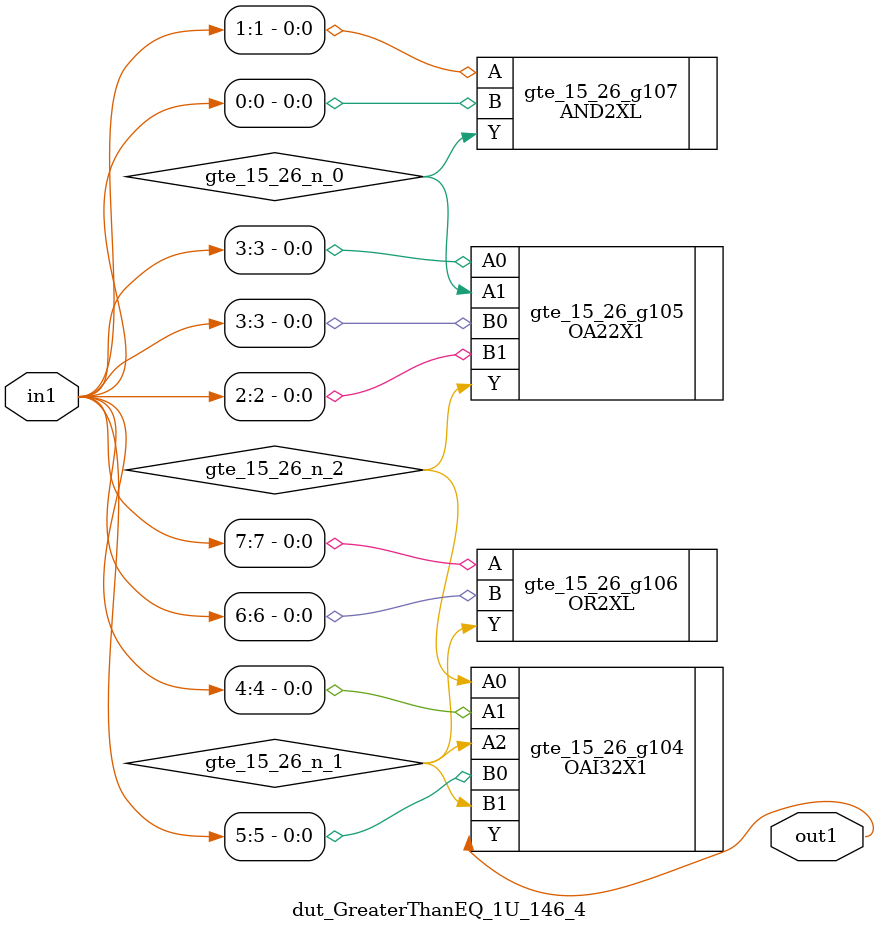
<source format=v>
`timescale 1ps / 1ps


module dut_GreaterThanEQ_1U_146_4(in1, out1);
  input [7:0] in1;
  output out1;
  wire [7:0] in1;
  wire out1;
  wire gte_15_26_n_0, gte_15_26_n_1, gte_15_26_n_2;
  OAI32X1 gte_15_26_g104(.A0 (gte_15_26_n_2), .A1 (in1[4]), .A2
       (gte_15_26_n_1), .B0 (in1[5]), .B1 (gte_15_26_n_1), .Y (out1));
  OA22X1 gte_15_26_g105(.A0 (in1[3]), .A1 (gte_15_26_n_0), .B0
       (in1[3]), .B1 (in1[2]), .Y (gte_15_26_n_2));
  OR2XL gte_15_26_g106(.A (in1[7]), .B (in1[6]), .Y (gte_15_26_n_1));
  AND2XL gte_15_26_g107(.A (in1[1]), .B (in1[0]), .Y (gte_15_26_n_0));
endmodule



</source>
